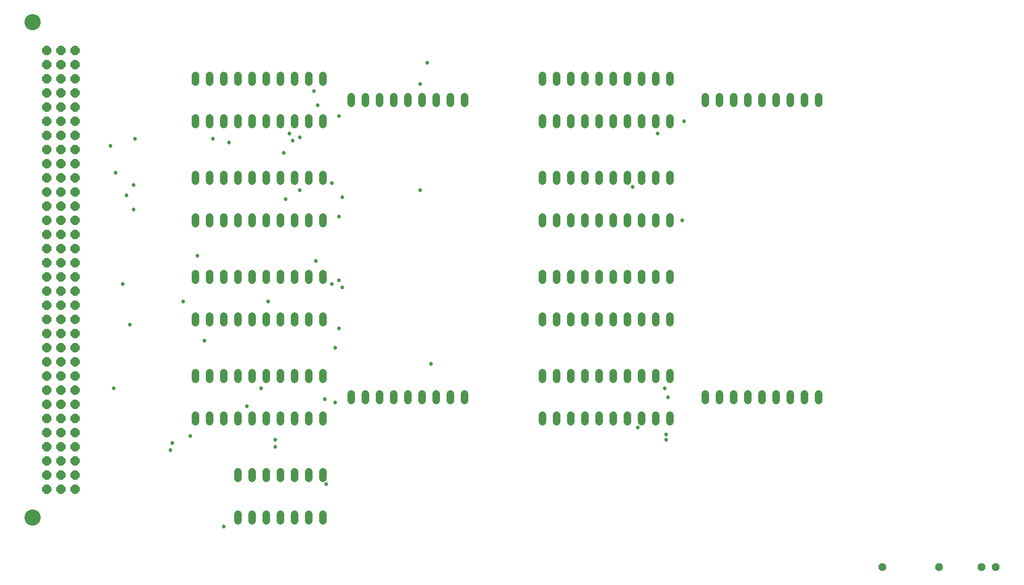
<source format=gbr>
G04 EAGLE Gerber RS-274X export*
G75*
%MOMM*%
%FSLAX34Y34*%
%LPD*%
%INSoldermask Bottom*%
%IPPOS*%
%AMOC8*
5,1,8,0,0,1.08239X$1,22.5*%
G01*
%ADD10P,1.787026X8X202.500000*%
%ADD11C,2.921000*%
%ADD12P,1.457113X8X202.500000*%
%ADD13C,1.346200*%
%ADD14C,0.685800*%


D10*
X50800Y177800D03*
X50800Y203200D03*
X50800Y228600D03*
X50800Y254000D03*
X50800Y279400D03*
X50800Y304800D03*
X50800Y330200D03*
X50800Y355600D03*
X50800Y381000D03*
X50800Y406400D03*
X50800Y431800D03*
X50800Y457200D03*
X50800Y482600D03*
X50800Y508000D03*
X50800Y533400D03*
X50800Y558800D03*
X76200Y177800D03*
X76200Y203200D03*
X76200Y228600D03*
X76200Y254000D03*
X76200Y279400D03*
X76200Y304800D03*
X76200Y330200D03*
X76200Y355600D03*
X76200Y381000D03*
X76200Y406400D03*
X76200Y431800D03*
X76200Y457200D03*
X76200Y482600D03*
X76200Y508000D03*
X76200Y533400D03*
X76200Y558800D03*
X101600Y177800D03*
X101600Y203200D03*
X101600Y228600D03*
X101600Y254000D03*
X101600Y279400D03*
X101600Y304800D03*
X101600Y330200D03*
X101600Y355600D03*
X101600Y381000D03*
X101600Y406400D03*
X101600Y431800D03*
X101600Y457200D03*
X101600Y482600D03*
X101600Y508000D03*
X101600Y533400D03*
X101600Y558800D03*
X50800Y584200D03*
X50800Y609600D03*
X50800Y635000D03*
X50800Y660400D03*
X50800Y685800D03*
X50800Y711200D03*
X50800Y736600D03*
X50800Y762000D03*
X50800Y787400D03*
X50800Y812800D03*
X50800Y838200D03*
X50800Y863600D03*
X50800Y889000D03*
X50800Y914400D03*
X50800Y939800D03*
X50800Y965200D03*
X76200Y584200D03*
X76200Y609600D03*
X76200Y635000D03*
X76200Y660400D03*
X76200Y685800D03*
X76200Y711200D03*
X76200Y736600D03*
X76200Y762000D03*
X76200Y787400D03*
X76200Y812800D03*
X76200Y838200D03*
X76200Y863600D03*
X76200Y889000D03*
X76200Y914400D03*
X76200Y939800D03*
X76200Y965200D03*
X101600Y584200D03*
X101600Y609600D03*
X101600Y635000D03*
X101600Y660400D03*
X101600Y685800D03*
X101600Y711200D03*
X101600Y736600D03*
X101600Y762000D03*
X101600Y787400D03*
X101600Y812800D03*
X101600Y838200D03*
X101600Y863600D03*
X101600Y889000D03*
X101600Y914400D03*
X101600Y939800D03*
X101600Y965200D03*
D11*
X25400Y1016064D03*
X25400Y126936D03*
D12*
X1752600Y38100D03*
X1727200Y38100D03*
X1651000Y38100D03*
X1549400Y38100D03*
D13*
X317500Y832104D02*
X317500Y844296D01*
X342900Y844296D02*
X342900Y832104D01*
X469900Y832104D02*
X469900Y844296D01*
X495300Y844296D02*
X495300Y832104D01*
X368300Y832104D02*
X368300Y844296D01*
X393700Y844296D02*
X393700Y832104D01*
X444500Y832104D02*
X444500Y844296D01*
X419100Y844296D02*
X419100Y832104D01*
X520700Y832104D02*
X520700Y844296D01*
X546100Y844296D02*
X546100Y832104D01*
X546100Y908304D02*
X546100Y920496D01*
X520700Y920496D02*
X520700Y908304D01*
X495300Y908304D02*
X495300Y920496D01*
X469900Y920496D02*
X469900Y908304D01*
X444500Y908304D02*
X444500Y920496D01*
X419100Y920496D02*
X419100Y908304D01*
X393700Y908304D02*
X393700Y920496D01*
X368300Y920496D02*
X368300Y908304D01*
X342900Y908304D02*
X342900Y920496D01*
X317500Y920496D02*
X317500Y908304D01*
X317500Y310896D02*
X317500Y298704D01*
X342900Y298704D02*
X342900Y310896D01*
X469900Y310896D02*
X469900Y298704D01*
X495300Y298704D02*
X495300Y310896D01*
X368300Y310896D02*
X368300Y298704D01*
X393700Y298704D02*
X393700Y310896D01*
X444500Y310896D02*
X444500Y298704D01*
X419100Y298704D02*
X419100Y310896D01*
X520700Y310896D02*
X520700Y298704D01*
X546100Y298704D02*
X546100Y310896D01*
X546100Y374904D02*
X546100Y387096D01*
X520700Y387096D02*
X520700Y374904D01*
X495300Y374904D02*
X495300Y387096D01*
X469900Y387096D02*
X469900Y374904D01*
X444500Y374904D02*
X444500Y387096D01*
X419100Y387096D02*
X419100Y374904D01*
X393700Y374904D02*
X393700Y387096D01*
X368300Y387096D02*
X368300Y374904D01*
X342900Y374904D02*
X342900Y387096D01*
X317500Y387096D02*
X317500Y374904D01*
X317500Y654304D02*
X317500Y666496D01*
X342900Y666496D02*
X342900Y654304D01*
X469900Y654304D02*
X469900Y666496D01*
X495300Y666496D02*
X495300Y654304D01*
X368300Y654304D02*
X368300Y666496D01*
X393700Y666496D02*
X393700Y654304D01*
X444500Y654304D02*
X444500Y666496D01*
X419100Y666496D02*
X419100Y654304D01*
X520700Y654304D02*
X520700Y666496D01*
X546100Y666496D02*
X546100Y654304D01*
X546100Y730504D02*
X546100Y742696D01*
X520700Y742696D02*
X520700Y730504D01*
X495300Y730504D02*
X495300Y742696D01*
X469900Y742696D02*
X469900Y730504D01*
X444500Y730504D02*
X444500Y742696D01*
X419100Y742696D02*
X419100Y730504D01*
X393700Y730504D02*
X393700Y742696D01*
X368300Y742696D02*
X368300Y730504D01*
X342900Y730504D02*
X342900Y742696D01*
X317500Y742696D02*
X317500Y730504D01*
X317500Y488696D02*
X317500Y476504D01*
X342900Y476504D02*
X342900Y488696D01*
X469900Y488696D02*
X469900Y476504D01*
X495300Y476504D02*
X495300Y488696D01*
X368300Y488696D02*
X368300Y476504D01*
X393700Y476504D02*
X393700Y488696D01*
X444500Y488696D02*
X444500Y476504D01*
X419100Y476504D02*
X419100Y488696D01*
X520700Y488696D02*
X520700Y476504D01*
X546100Y476504D02*
X546100Y488696D01*
X546100Y552704D02*
X546100Y564896D01*
X520700Y564896D02*
X520700Y552704D01*
X495300Y552704D02*
X495300Y564896D01*
X469900Y564896D02*
X469900Y552704D01*
X444500Y552704D02*
X444500Y564896D01*
X419100Y564896D02*
X419100Y552704D01*
X393700Y552704D02*
X393700Y564896D01*
X368300Y564896D02*
X368300Y552704D01*
X342900Y552704D02*
X342900Y564896D01*
X317500Y564896D02*
X317500Y552704D01*
X393700Y133096D02*
X393700Y120904D01*
X419100Y120904D02*
X419100Y133096D01*
X546100Y133096D02*
X546100Y120904D01*
X546100Y197104D02*
X546100Y209296D01*
X444500Y133096D02*
X444500Y120904D01*
X469900Y120904D02*
X469900Y133096D01*
X520700Y133096D02*
X520700Y120904D01*
X495300Y120904D02*
X495300Y133096D01*
X520700Y197104D02*
X520700Y209296D01*
X495300Y209296D02*
X495300Y197104D01*
X469900Y197104D02*
X469900Y209296D01*
X444500Y209296D02*
X444500Y197104D01*
X419100Y197104D02*
X419100Y209296D01*
X393700Y209296D02*
X393700Y197104D01*
X596900Y870204D02*
X596900Y882396D01*
X622300Y882396D02*
X622300Y870204D01*
X647700Y870204D02*
X647700Y882396D01*
X673100Y882396D02*
X673100Y870204D01*
X698500Y870204D02*
X698500Y882396D01*
X723900Y882396D02*
X723900Y870204D01*
X749300Y870204D02*
X749300Y882396D01*
X774700Y882396D02*
X774700Y870204D01*
X800100Y870204D02*
X800100Y882396D01*
X596900Y348996D02*
X596900Y336804D01*
X622300Y336804D02*
X622300Y348996D01*
X647700Y348996D02*
X647700Y336804D01*
X673100Y336804D02*
X673100Y348996D01*
X698500Y348996D02*
X698500Y336804D01*
X723900Y336804D02*
X723900Y348996D01*
X749300Y348996D02*
X749300Y336804D01*
X774700Y336804D02*
X774700Y348996D01*
X800100Y348996D02*
X800100Y336804D01*
X939800Y832104D02*
X939800Y844296D01*
X965200Y844296D02*
X965200Y832104D01*
X1092200Y832104D02*
X1092200Y844296D01*
X1117600Y844296D02*
X1117600Y832104D01*
X990600Y832104D02*
X990600Y844296D01*
X1016000Y844296D02*
X1016000Y832104D01*
X1066800Y832104D02*
X1066800Y844296D01*
X1041400Y844296D02*
X1041400Y832104D01*
X1143000Y832104D02*
X1143000Y844296D01*
X1168400Y844296D02*
X1168400Y832104D01*
X1168400Y908304D02*
X1168400Y920496D01*
X1143000Y920496D02*
X1143000Y908304D01*
X1117600Y908304D02*
X1117600Y920496D01*
X1092200Y920496D02*
X1092200Y908304D01*
X1066800Y908304D02*
X1066800Y920496D01*
X1041400Y920496D02*
X1041400Y908304D01*
X1016000Y908304D02*
X1016000Y920496D01*
X990600Y920496D02*
X990600Y908304D01*
X965200Y908304D02*
X965200Y920496D01*
X939800Y920496D02*
X939800Y908304D01*
X939800Y666496D02*
X939800Y654304D01*
X965200Y654304D02*
X965200Y666496D01*
X1092200Y666496D02*
X1092200Y654304D01*
X1117600Y654304D02*
X1117600Y666496D01*
X990600Y666496D02*
X990600Y654304D01*
X1016000Y654304D02*
X1016000Y666496D01*
X1066800Y666496D02*
X1066800Y654304D01*
X1041400Y654304D02*
X1041400Y666496D01*
X1143000Y666496D02*
X1143000Y654304D01*
X1168400Y654304D02*
X1168400Y666496D01*
X1168400Y730504D02*
X1168400Y742696D01*
X1143000Y742696D02*
X1143000Y730504D01*
X1117600Y730504D02*
X1117600Y742696D01*
X1092200Y742696D02*
X1092200Y730504D01*
X1066800Y730504D02*
X1066800Y742696D01*
X1041400Y742696D02*
X1041400Y730504D01*
X1016000Y730504D02*
X1016000Y742696D01*
X990600Y742696D02*
X990600Y730504D01*
X965200Y730504D02*
X965200Y742696D01*
X939800Y742696D02*
X939800Y730504D01*
X1231900Y870204D02*
X1231900Y882396D01*
X1257300Y882396D02*
X1257300Y870204D01*
X1282700Y870204D02*
X1282700Y882396D01*
X1308100Y882396D02*
X1308100Y870204D01*
X1333500Y870204D02*
X1333500Y882396D01*
X1358900Y882396D02*
X1358900Y870204D01*
X1384300Y870204D02*
X1384300Y882396D01*
X1409700Y882396D02*
X1409700Y870204D01*
X1435100Y870204D02*
X1435100Y882396D01*
X1231900Y348996D02*
X1231900Y336804D01*
X1257300Y336804D02*
X1257300Y348996D01*
X1282700Y348996D02*
X1282700Y336804D01*
X1308100Y336804D02*
X1308100Y348996D01*
X1333500Y348996D02*
X1333500Y336804D01*
X1358900Y336804D02*
X1358900Y348996D01*
X1384300Y348996D02*
X1384300Y336804D01*
X1409700Y336804D02*
X1409700Y348996D01*
X1435100Y348996D02*
X1435100Y336804D01*
X939800Y476504D02*
X939800Y488696D01*
X965200Y488696D02*
X965200Y476504D01*
X1092200Y476504D02*
X1092200Y488696D01*
X1117600Y488696D02*
X1117600Y476504D01*
X990600Y476504D02*
X990600Y488696D01*
X1016000Y488696D02*
X1016000Y476504D01*
X1066800Y476504D02*
X1066800Y488696D01*
X1041400Y488696D02*
X1041400Y476504D01*
X1143000Y476504D02*
X1143000Y488696D01*
X1168400Y488696D02*
X1168400Y476504D01*
X1168400Y552704D02*
X1168400Y564896D01*
X1143000Y564896D02*
X1143000Y552704D01*
X1117600Y552704D02*
X1117600Y564896D01*
X1092200Y564896D02*
X1092200Y552704D01*
X1066800Y552704D02*
X1066800Y564896D01*
X1041400Y564896D02*
X1041400Y552704D01*
X1016000Y552704D02*
X1016000Y564896D01*
X990600Y564896D02*
X990600Y552704D01*
X965200Y552704D02*
X965200Y564896D01*
X939800Y564896D02*
X939800Y552704D01*
X939800Y310896D02*
X939800Y298704D01*
X965200Y298704D02*
X965200Y310896D01*
X1092200Y310896D02*
X1092200Y298704D01*
X1117600Y298704D02*
X1117600Y310896D01*
X990600Y310896D02*
X990600Y298704D01*
X1016000Y298704D02*
X1016000Y310896D01*
X1066800Y310896D02*
X1066800Y298704D01*
X1041400Y298704D02*
X1041400Y310896D01*
X1143000Y310896D02*
X1143000Y298704D01*
X1168400Y298704D02*
X1168400Y310896D01*
X1168400Y374904D02*
X1168400Y387096D01*
X1143000Y387096D02*
X1143000Y374904D01*
X1117600Y374904D02*
X1117600Y387096D01*
X1092200Y387096D02*
X1092200Y374904D01*
X1066800Y374904D02*
X1066800Y387096D01*
X1041400Y387096D02*
X1041400Y374904D01*
X1016000Y374904D02*
X1016000Y387096D01*
X990600Y387096D02*
X990600Y374904D01*
X965200Y374904D02*
X965200Y387096D01*
X939800Y387096D02*
X939800Y374904D01*
D14*
X574675Y847725D03*
X549275Y339725D03*
X1165225Y342900D03*
X1193800Y838200D03*
X1146175Y815975D03*
X504825Y714375D03*
X504825Y809625D03*
X492125Y803275D03*
X1101725Y720725D03*
X174625Y746125D03*
X349250Y806450D03*
X1190625Y660400D03*
X476250Y781050D03*
X1158875Y358775D03*
X536575Y866775D03*
X533400Y587375D03*
X460375Y254000D03*
X460375Y266700D03*
X1111250Y288925D03*
X171450Y358775D03*
X479425Y698500D03*
X485775Y815975D03*
X377825Y800100D03*
X209550Y806450D03*
X295275Y514350D03*
X574675Y666750D03*
X581025Y701675D03*
X206375Y679450D03*
X568325Y431800D03*
X530225Y892175D03*
X165100Y793750D03*
X720725Y904875D03*
X447675Y514350D03*
X720725Y714375D03*
X193675Y704850D03*
X733425Y942975D03*
X206375Y723900D03*
X568325Y333375D03*
X333375Y444500D03*
X409575Y327025D03*
X434975Y358775D03*
X574675Y466725D03*
X574675Y552450D03*
X581025Y539750D03*
X187325Y546100D03*
X739775Y403225D03*
X320675Y596900D03*
X273050Y247650D03*
X200025Y473075D03*
X307975Y273050D03*
X368300Y111125D03*
X276225Y260350D03*
X552450Y187325D03*
X561975Y546100D03*
X561975Y727075D03*
X1162050Y266700D03*
X1162050Y276225D03*
M02*

</source>
